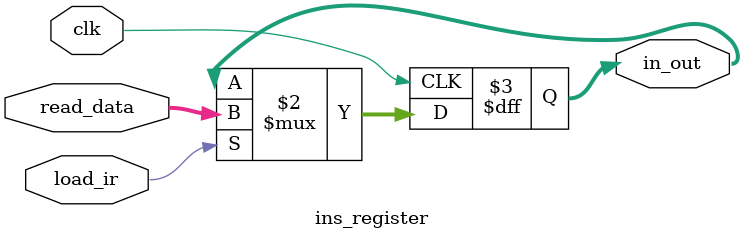
<source format=v>
module ins_register(read_data,load_ir,clk,in_out);
input clk, load_ir;
input [15:0] read_data;
output reg[15:0] in_out;

always @(posedge clk) begin
	//instruction registers 
	in_out = load_ir ? read_data : in_out; 
end 
endmodule 

</source>
